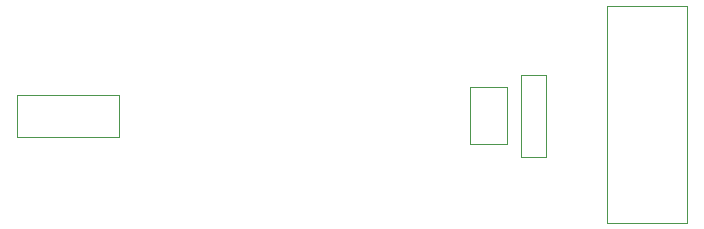
<source format=gbr>
%TF.GenerationSoftware,KiCad,Pcbnew,(5.1.9)-1*%
%TF.CreationDate,2021-04-12T23:16:36+02:00*%
%TF.ProjectId,v1_BMR480,76315f42-4d52-4343-9830-2e6b69636164,rev?*%
%TF.SameCoordinates,Original*%
%TF.FileFunction,Other,User*%
%FSLAX46Y46*%
G04 Gerber Fmt 4.6, Leading zero omitted, Abs format (unit mm)*
G04 Created by KiCad (PCBNEW (5.1.9)-1) date 2021-04-12 23:16:36*
%MOMM*%
%LPD*%
G01*
G04 APERTURE LIST*
%ADD10C,0.050000*%
G04 APERTURE END LIST*
D10*
%TO.C,R1*%
X122140000Y-60010000D02*
X122140000Y-66990000D01*
X124240000Y-60010000D02*
X122140000Y-60010000D01*
X124240000Y-66990000D02*
X124240000Y-60010000D01*
X122140000Y-66990000D02*
X124240000Y-66990000D01*
%TO.C,J10*%
X88130000Y-65300000D02*
X79480000Y-65300000D01*
X88130000Y-61750000D02*
X88130000Y-65300000D01*
X79480000Y-61750000D02*
X88130000Y-61750000D01*
X79480000Y-65300000D02*
X79480000Y-61750000D01*
%TO.C,J3*%
X136200000Y-72600000D02*
X136200000Y-54200000D01*
X129450000Y-72600000D02*
X136200000Y-72600000D01*
X129450000Y-54200000D02*
X129450000Y-72600000D01*
X136200000Y-54200000D02*
X129450000Y-54200000D01*
%TO.C,D1*%
X120930000Y-65930000D02*
X120930000Y-61080000D01*
X117830000Y-65930000D02*
X120930000Y-65930000D01*
X117830000Y-61080000D02*
X117830000Y-65930000D01*
X120930000Y-61080000D02*
X117830000Y-61080000D01*
%TD*%
M02*

</source>
